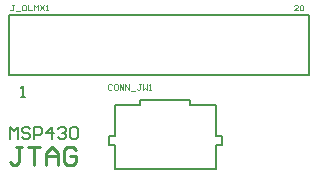
<source format=gto>
G04*
G04 #@! TF.GenerationSoftware,Altium Limited,Altium Designer,23.3.1 (30)*
G04*
G04 Layer_Color=65535*
%FSLAX43Y43*%
%MOMM*%
G71*
G04*
G04 #@! TF.SameCoordinates,B6646961-0515-45C1-A97A-8BA6F2ED6920*
G04*
G04*
G04 #@! TF.FilePolarity,Positive*
G04*
G01*
G75*
%ADD10C,0.200*%
%ADD11C,0.254*%
%ADD12C,0.203*%
%ADD13C,0.100*%
D10*
X2423Y8369D02*
X25918D01*
X2423Y13449D02*
X25918D01*
X518D02*
X2423D01*
X518Y8369D02*
Y13449D01*
Y8369D02*
X2423D01*
X25918D02*
Y13449D01*
X11643Y6301D02*
X15843D01*
X9493Y451D02*
X18093D01*
X9493Y5801D02*
X11643D01*
X9493D02*
X9493Y3251D01*
X9493Y451D02*
X9493Y2451D01*
X8993Y3251D02*
X9493D01*
X8993Y2451D02*
X9493D01*
X8993D02*
Y3251D01*
X18593Y2451D02*
Y3251D01*
X15843Y5801D02*
X18093D01*
Y3251D02*
Y5801D01*
Y3251D02*
X18593D01*
X18093Y451D02*
Y2451D01*
X18593D01*
X15843Y5801D02*
Y6301D01*
X11643Y5801D02*
Y6301D01*
X1524Y6477D02*
X1857D01*
X1691D01*
Y7477D01*
X1524Y7310D01*
D11*
X1651Y2286D02*
X1143D01*
X1397D01*
Y1016D01*
X1143Y762D01*
X889D01*
X635Y1016D01*
X2159Y2286D02*
X3174D01*
X2666D01*
Y762D01*
X3682D02*
Y1778D01*
X4190Y2286D01*
X4698Y1778D01*
Y762D01*
Y1524D01*
X3682D01*
X6221Y2032D02*
X5967Y2286D01*
X5459D01*
X5206Y2032D01*
Y1016D01*
X5459Y762D01*
X5967D01*
X6221Y1016D01*
Y1524D01*
X5713D01*
D12*
X635Y2921D02*
Y3937D01*
X974Y3598D01*
X1312Y3937D01*
Y2921D01*
X2328Y3767D02*
X2159Y3937D01*
X1820D01*
X1651Y3767D01*
Y3598D01*
X1820Y3429D01*
X2159D01*
X2328Y3260D01*
Y3090D01*
X2159Y2921D01*
X1820D01*
X1651Y3090D01*
X2666Y2921D02*
Y3937D01*
X3174D01*
X3343Y3767D01*
Y3429D01*
X3174Y3260D01*
X2666D01*
X4190Y2921D02*
Y3937D01*
X3682Y3429D01*
X4359D01*
X4698Y3767D02*
X4867Y3937D01*
X5206D01*
X5375Y3767D01*
Y3598D01*
X5206Y3429D01*
X5036D01*
X5206D01*
X5375Y3260D01*
Y3090D01*
X5206Y2921D01*
X4867D01*
X4698Y3090D01*
X5713Y3767D02*
X5883Y3937D01*
X6221D01*
X6390Y3767D01*
Y3090D01*
X6221Y2921D01*
X5883D01*
X5713Y3090D01*
Y3767D01*
D13*
X24971Y13843D02*
X24638D01*
X24971Y14176D01*
Y14260D01*
X24888Y14343D01*
X24721D01*
X24638Y14260D01*
X25138D02*
X25221Y14343D01*
X25388D01*
X25471Y14260D01*
Y13926D01*
X25388Y13843D01*
X25221D01*
X25138Y13926D01*
Y14260D01*
X968Y14343D02*
X802D01*
X885D01*
Y13926D01*
X802Y13843D01*
X718D01*
X635Y13926D01*
X1135Y13760D02*
X1468D01*
X1885Y14343D02*
X1718D01*
X1635Y14260D01*
Y13926D01*
X1718Y13843D01*
X1885D01*
X1968Y13926D01*
Y14260D01*
X1885Y14343D01*
X2135D02*
Y13843D01*
X2468D01*
X2634D02*
Y14343D01*
X2801Y14176D01*
X2968Y14343D01*
Y13843D01*
X3134Y14343D02*
X3467Y13843D01*
Y14343D02*
X3134Y13843D01*
X3634D02*
X3801D01*
X3717D01*
Y14343D01*
X3634Y14260D01*
X9233Y7516D02*
X9150Y7599D01*
X8983D01*
X8900Y7516D01*
Y7182D01*
X8983Y7099D01*
X9150D01*
X9233Y7182D01*
X9650Y7599D02*
X9483D01*
X9400Y7516D01*
Y7182D01*
X9483Y7099D01*
X9650D01*
X9733Y7182D01*
Y7516D01*
X9650Y7599D01*
X9900Y7099D02*
Y7599D01*
X10233Y7099D01*
Y7599D01*
X10400Y7099D02*
Y7599D01*
X10733Y7099D01*
Y7599D01*
X10899Y7016D02*
X11233D01*
X11732Y7599D02*
X11566D01*
X11649D01*
Y7182D01*
X11566Y7099D01*
X11482D01*
X11399Y7182D01*
X11899Y7599D02*
Y7099D01*
X12066Y7266D01*
X12232Y7099D01*
Y7599D01*
X12399Y7099D02*
X12565D01*
X12482D01*
Y7599D01*
X12399Y7516D01*
M02*

</source>
